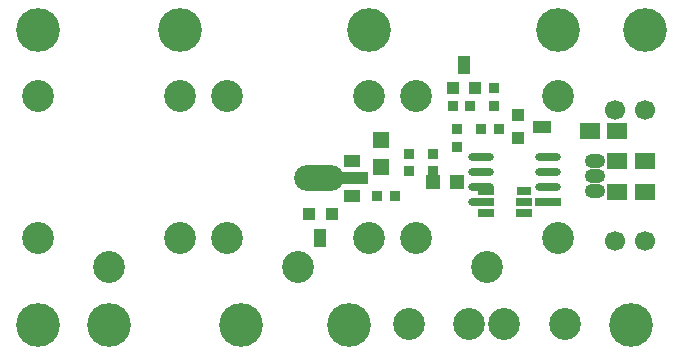
<source format=gts>
%FSLAX42Y42*%
%MOMM*%
G71*
G01*
G75*
%ADD10R,0.75X0.75*%
%ADD11R,0.90X0.90*%
%ADD12R,0.90X1.30*%
%ADD13O,4.00X2.00*%
%ADD14R,1.25X0.90*%
%ADD15R,2.55X0.90*%
%ADD16R,1.00X0.50*%
%ADD17R,1.25X0.50*%
%ADD18O,2.00X0.50*%
%ADD19R,2.00X0.50*%
%ADD20R,1.50X1.25*%
%ADD21R,1.30X0.90*%
%ADD22R,1.25X1.25*%
%ADD23R,1.00X1.00*%
%ADD24C,0.50*%
%ADD25C,1.00*%
%ADD26C,2.00*%
%ADD27C,0.25*%
%ADD28C,0.75*%
%ADD29R,5.58X4.55*%
%ADD30R,5.58X4.58*%
%ADD31R,5.58X4.53*%
%ADD32R,5.97X4.65*%
%ADD33R,5.97X4.65*%
%ADD34R,5.97X4.65*%
%ADD35C,2.50*%
%ADD36C,1.50*%
%ADD37O,1.52X1.02*%
%ADD38C,3.50*%
%ADD39R,0.95X0.95*%
%ADD40R,1.10X1.10*%
%ADD41R,1.10X1.50*%
%ADD42O,4.20X2.20*%
%ADD43R,1.45X1.10*%
%ADD44R,2.75X1.10*%
%ADD45R,1.20X0.70*%
%ADD46R,1.45X0.70*%
%ADD47O,2.20X0.70*%
%ADD48R,2.20X0.70*%
%ADD49R,1.70X1.45*%
%ADD50R,1.50X1.10*%
%ADD51R,1.45X1.45*%
%ADD52R,1.20X1.20*%
%ADD53C,2.70*%
%ADD54C,1.70*%
%ADD55O,1.73X1.22*%
%ADD56C,3.70*%
D39*
X4197Y2117D02*
D03*
X3850Y2120D02*
D03*
X4000D02*
D03*
X4242Y1920D02*
D03*
X4092D02*
D03*
X3890Y1770D02*
D03*
Y1920D02*
D03*
X3360Y1355D02*
D03*
X3210D02*
D03*
X3480Y1562D02*
D03*
Y1712D02*
D03*
X4197Y2267D02*
D03*
X3685Y1562D02*
D03*
Y1712D02*
D03*
D40*
X4040Y2267D02*
D03*
X3850D02*
D03*
X2825Y1200D02*
D03*
X2635D02*
D03*
X4403Y2038D02*
D03*
Y1848D02*
D03*
D41*
X3945Y2467D02*
D03*
X2730Y1000D02*
D03*
D42*
X2720Y1505D02*
D03*
D43*
X3000Y1355D02*
D03*
Y1655D02*
D03*
D44*
Y1505D02*
D03*
D45*
X4455Y1400D02*
D03*
D46*
X4130D02*
D03*
Y1305D02*
D03*
Y1210D02*
D03*
X4455D02*
D03*
Y1305D02*
D03*
D47*
X4092D02*
D03*
Y1430D02*
D03*
Y1560D02*
D03*
Y1685D02*
D03*
X4653D02*
D03*
Y1560D02*
D03*
Y1430D02*
D03*
D48*
Y1305D02*
D03*
D49*
X5245Y1390D02*
D03*
X5475D02*
D03*
X5245Y1648D02*
D03*
X5475D02*
D03*
X5245Y1905D02*
D03*
X5015D02*
D03*
D50*
X4603Y1942D02*
D03*
D51*
X3247Y1598D02*
D03*
Y1827D02*
D03*
D52*
X3685Y1473D02*
D03*
X3890Y1470D02*
D03*
D53*
X4740Y2200D02*
D03*
X3540Y1000D02*
D03*
Y2200D02*
D03*
X4740Y1000D02*
D03*
X4140Y750D02*
D03*
X1940Y1000D02*
D03*
Y2200D02*
D03*
X3140Y1000D02*
D03*
X4288Y267D02*
D03*
X3992Y270D02*
D03*
X340Y1000D02*
D03*
Y2200D02*
D03*
X1540Y1000D02*
D03*
Y2200D02*
D03*
X3140Y2200D02*
D03*
X940Y750D02*
D03*
X3483Y270D02*
D03*
X2540Y750D02*
D03*
X4797Y267D02*
D03*
D54*
X5475Y2083D02*
D03*
X5225D02*
D03*
X5478Y970D02*
D03*
X5228D02*
D03*
D55*
X5053Y1648D02*
D03*
Y1394D02*
D03*
Y1520D02*
D03*
D56*
X2055Y265D02*
D03*
X943D02*
D03*
X5358D02*
D03*
X2970D02*
D03*
X3138Y2758D02*
D03*
X340D02*
D03*
Y265D02*
D03*
X4740Y2758D02*
D03*
X1540D02*
D03*
X5478D02*
D03*
M02*

</source>
